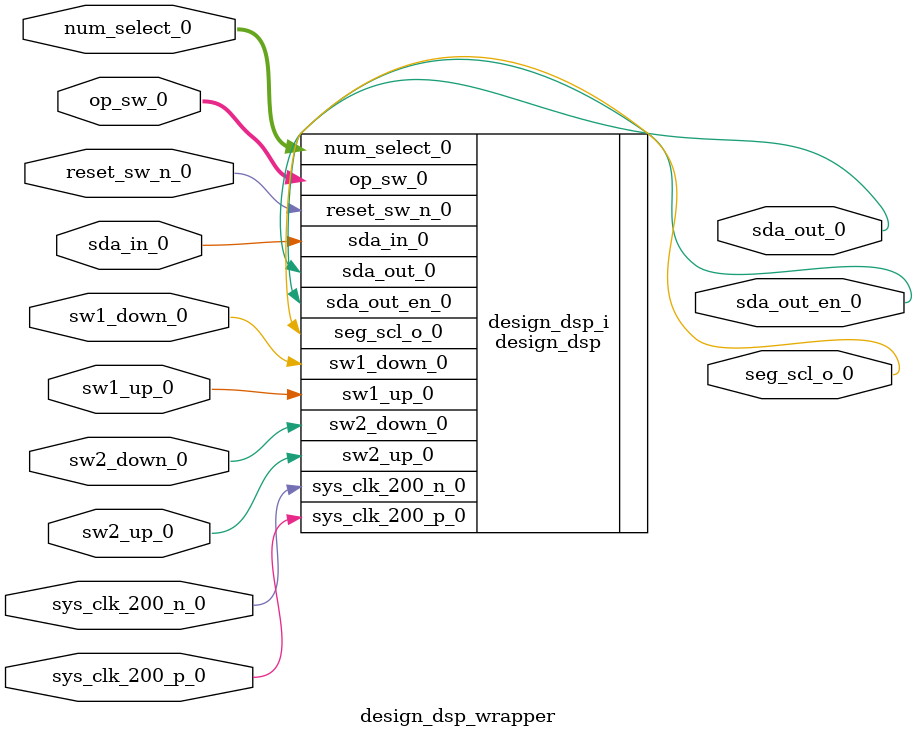
<source format=v>
`timescale 1 ps / 1 ps

module design_dsp_wrapper
   (num_select_0,
    op_sw_0,
    reset_sw_n_0,
    sda_in_0,
    sda_out_0,
    sda_out_en_0,
    seg_scl_o_0,
    sw1_down_0,
    sw1_up_0,
    sw2_down_0,
    sw2_up_0,
    sys_clk_200_n_0,
    sys_clk_200_p_0);
  input [2:0]num_select_0;
  input [2:0]op_sw_0;
  input reset_sw_n_0;
  input sda_in_0;
  output sda_out_0;
  output sda_out_en_0;
  output seg_scl_o_0;
  input sw1_down_0;
  input sw1_up_0;
  input sw2_down_0;
  input sw2_up_0;
  input sys_clk_200_n_0;
  input sys_clk_200_p_0;

  wire [2:0]num_select_0;
  wire [2:0]op_sw_0;
  wire reset_sw_n_0;
  wire sda_in_0;
  wire sda_out_0;
  wire sda_out_en_0;
  wire seg_scl_o_0;
  wire sw1_down_0;
  wire sw1_up_0;
  wire sw2_down_0;
  wire sw2_up_0;
  wire sys_clk_200_n_0;
  wire sys_clk_200_p_0;

  design_dsp design_dsp_i
       (.num_select_0(num_select_0),
        .op_sw_0(op_sw_0),
        .reset_sw_n_0(reset_sw_n_0),
        .sda_in_0(sda_in_0),
        .sda_out_0(sda_out_0),
        .sda_out_en_0(sda_out_en_0),
        .seg_scl_o_0(seg_scl_o_0),
        .sw1_down_0(sw1_down_0),
        .sw1_up_0(sw1_up_0),
        .sw2_down_0(sw2_down_0),
        .sw2_up_0(sw2_up_0),
        .sys_clk_200_n_0(sys_clk_200_n_0),
        .sys_clk_200_p_0(sys_clk_200_p_0));
endmodule

</source>
